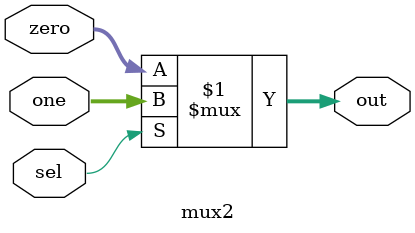
<source format=v>

module mux2 #( parameter WIDTH = 16)
	(
    input [WIDTH-1:0] zero,
    input [WIDTH-1:0] one,
    input sel,
    output [WIDTH-1:0] out
    );
	
	assign out = sel ? one : zero;
	
endmodule

</source>
